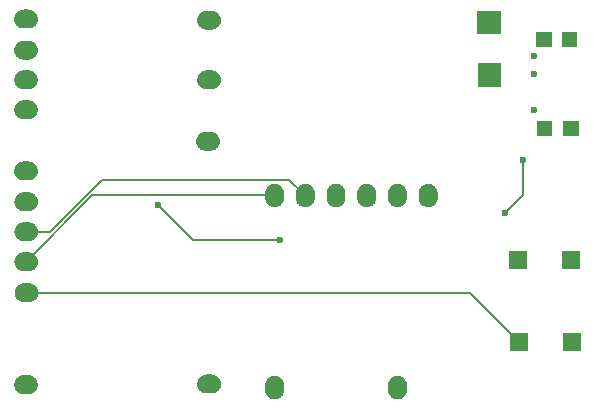
<source format=gbr>
%TF.GenerationSoftware,KiCad,Pcbnew,9.0.3*%
%TF.CreationDate,2025-08-13T01:08:13-07:00*%
%TF.ProjectId,TGslimeblahbal,5447736c-696d-4656-926c-616862616c2e,rev?*%
%TF.SameCoordinates,Original*%
%TF.FileFunction,Copper,L2,Bot*%
%TF.FilePolarity,Positive*%
%FSLAX46Y46*%
G04 Gerber Fmt 4.6, Leading zero omitted, Abs format (unit mm)*
G04 Created by KiCad (PCBNEW 9.0.3) date 2025-08-13 01:08:13*
%MOMM*%
%LPD*%
G01*
G04 APERTURE LIST*
%TA.AperFunction,NonConductor*%
%ADD10C,0.000000*%
%TD*%
%TA.AperFunction,ViaPad*%
%ADD11C,0.800010*%
%TD*%
%TA.AperFunction,ViaPad*%
%ADD12C,1.000010*%
%TD*%
%TA.AperFunction,ViaPad*%
%ADD13C,0.600000*%
%TD*%
%TA.AperFunction,Conductor*%
%ADD14C,0.200000*%
%TD*%
G04 APERTURE END LIST*
D10*
%TA.AperFunction,NonConductor*%
G36*
X122274434Y-70112704D02*
G01*
X122352094Y-70124224D01*
X122428254Y-70143304D01*
X122502174Y-70169754D01*
X122573144Y-70203314D01*
X122640484Y-70243674D01*
X122703534Y-70290444D01*
X122761714Y-70343164D01*
X122814434Y-70401344D01*
X122861204Y-70464394D01*
X122901564Y-70531734D01*
X122935124Y-70602704D01*
X122961574Y-70676624D01*
X122980654Y-70752784D01*
X122992174Y-70830444D01*
X122996024Y-70908854D01*
X122992174Y-70987264D01*
X122980654Y-71064924D01*
X122961574Y-71141084D01*
X122935124Y-71215004D01*
X122901564Y-71285974D01*
X122861204Y-71353314D01*
X122814434Y-71416364D01*
X122761714Y-71474544D01*
X122703534Y-71527264D01*
X122640484Y-71574034D01*
X122573144Y-71614394D01*
X122502174Y-71647954D01*
X122428254Y-71674404D01*
X122352094Y-71693484D01*
X122274434Y-71705004D01*
X122196024Y-71708854D01*
X121996024Y-71708854D01*
X121796024Y-71708854D01*
X121717614Y-71705004D01*
X121639954Y-71693484D01*
X121563794Y-71674404D01*
X121489874Y-71647954D01*
X121418904Y-71614394D01*
X121351564Y-71574034D01*
X121288514Y-71527264D01*
X121230334Y-71474544D01*
X121177614Y-71416364D01*
X121130844Y-71353314D01*
X121090484Y-71285974D01*
X121056924Y-71215004D01*
X121030474Y-71141084D01*
X121011394Y-71064924D01*
X120999874Y-70987264D01*
X120996024Y-70908854D01*
X120999874Y-70830444D01*
X121011394Y-70752784D01*
X121030474Y-70676624D01*
X121056924Y-70602704D01*
X121090484Y-70531734D01*
X121130844Y-70464394D01*
X121177614Y-70401344D01*
X121230334Y-70343164D01*
X121288514Y-70290444D01*
X121351564Y-70243674D01*
X121418904Y-70203314D01*
X121489874Y-70169754D01*
X121563794Y-70143304D01*
X121639954Y-70124224D01*
X121717614Y-70112704D01*
X121796024Y-70108854D01*
X122196024Y-70108854D01*
X122274434Y-70112704D01*
G37*
%TD.AperFunction*%
%TA.AperFunction,NonConductor*%
G36*
X137778410Y-88153850D02*
G01*
X137856070Y-88165370D01*
X137932230Y-88184450D01*
X138006150Y-88210900D01*
X138077120Y-88244460D01*
X138144460Y-88284820D01*
X138207510Y-88331590D01*
X138265690Y-88384310D01*
X138318410Y-88442490D01*
X138365180Y-88505540D01*
X138405540Y-88572880D01*
X138439100Y-88643850D01*
X138465550Y-88717770D01*
X138484630Y-88793930D01*
X138496150Y-88871590D01*
X138500000Y-88950000D01*
X138496150Y-89028410D01*
X138484630Y-89106070D01*
X138465550Y-89182230D01*
X138439100Y-89256150D01*
X138405540Y-89327120D01*
X138365180Y-89394460D01*
X138318410Y-89457510D01*
X138265690Y-89515690D01*
X138207510Y-89568410D01*
X138144460Y-89615180D01*
X138077120Y-89655540D01*
X138006150Y-89689100D01*
X137932230Y-89715550D01*
X137856070Y-89734630D01*
X137778410Y-89746150D01*
X137700000Y-89750000D01*
X137500000Y-89750000D01*
X137300000Y-89750000D01*
X137221590Y-89746150D01*
X137143930Y-89734630D01*
X137067770Y-89715550D01*
X136993850Y-89689100D01*
X136922880Y-89655540D01*
X136855540Y-89615180D01*
X136792490Y-89568410D01*
X136734310Y-89515690D01*
X136681590Y-89457510D01*
X136634820Y-89394460D01*
X136594460Y-89327120D01*
X136560900Y-89256150D01*
X136534450Y-89182230D01*
X136515370Y-89106070D01*
X136503850Y-89028410D01*
X136500000Y-88950000D01*
X136503850Y-88871590D01*
X136515370Y-88793930D01*
X136534450Y-88717770D01*
X136560900Y-88643850D01*
X136594460Y-88572880D01*
X136634820Y-88505540D01*
X136681590Y-88442490D01*
X136734310Y-88384310D01*
X136792490Y-88331590D01*
X136855540Y-88284820D01*
X136922880Y-88244460D01*
X136993850Y-88210900D01*
X137067770Y-88184450D01*
X137143930Y-88165370D01*
X137221590Y-88153850D01*
X137300000Y-88150000D01*
X137700000Y-88150000D01*
X137778410Y-88153850D01*
G37*
%TD.AperFunction*%
%TA.AperFunction,NonConductor*%
G36*
X122294434Y-72721558D02*
G01*
X122372094Y-72733078D01*
X122448254Y-72752158D01*
X122522174Y-72778608D01*
X122593144Y-72812168D01*
X122660484Y-72852528D01*
X122723534Y-72899298D01*
X122781714Y-72952018D01*
X122834434Y-73010198D01*
X122881204Y-73073248D01*
X122921564Y-73140588D01*
X122955124Y-73211558D01*
X122981574Y-73285478D01*
X123000654Y-73361638D01*
X123012174Y-73439298D01*
X123016024Y-73517708D01*
X123012174Y-73596118D01*
X123000654Y-73673778D01*
X122981574Y-73749938D01*
X122955124Y-73823858D01*
X122921564Y-73894828D01*
X122881204Y-73962168D01*
X122834434Y-74025218D01*
X122781714Y-74083398D01*
X122723534Y-74136118D01*
X122660484Y-74182888D01*
X122593144Y-74223248D01*
X122522174Y-74256808D01*
X122448254Y-74283258D01*
X122372094Y-74302338D01*
X122294434Y-74313858D01*
X122216024Y-74317708D01*
X122016024Y-74317708D01*
X121816024Y-74317708D01*
X121737614Y-74313858D01*
X121659954Y-74302338D01*
X121583794Y-74283258D01*
X121509874Y-74256808D01*
X121438904Y-74223248D01*
X121371564Y-74182888D01*
X121308514Y-74136118D01*
X121250334Y-74083398D01*
X121197614Y-74025218D01*
X121150844Y-73962168D01*
X121110484Y-73894828D01*
X121076924Y-73823858D01*
X121050474Y-73749938D01*
X121031394Y-73673778D01*
X121019874Y-73596118D01*
X121016024Y-73517708D01*
X121019874Y-73439298D01*
X121031394Y-73361638D01*
X121050474Y-73285478D01*
X121076924Y-73211558D01*
X121110484Y-73140588D01*
X121150844Y-73073248D01*
X121197614Y-73010198D01*
X121250334Y-72952018D01*
X121308514Y-72899298D01*
X121371564Y-72852528D01*
X121438904Y-72812168D01*
X121509874Y-72778608D01*
X121583794Y-72752158D01*
X121659954Y-72733078D01*
X121737614Y-72721558D01*
X121816024Y-72717708D01*
X122216024Y-72717708D01*
X122294434Y-72721558D01*
G37*
%TD.AperFunction*%
%TA.AperFunction,NonConductor*%
G36*
X164500000Y-86132000D02*
G01*
X162976000Y-86132000D01*
X162976000Y-84608000D01*
X164500000Y-84608000D01*
X164500000Y-86132000D01*
G37*
%TD.AperFunction*%
%TA.AperFunction,NonConductor*%
G36*
X162230000Y-63820000D02*
G01*
X160230000Y-63820000D01*
X160230000Y-61820000D01*
X162230000Y-61820000D01*
X162230000Y-63820000D01*
G37*
%TD.AperFunction*%
%TA.AperFunction,NonConductor*%
G36*
X168900000Y-79182000D02*
G01*
X167376000Y-79182000D01*
X167376000Y-77658000D01*
X168900000Y-77658000D01*
X168900000Y-79182000D01*
G37*
%TD.AperFunction*%
%TA.AperFunction,NonConductor*%
G36*
X162210000Y-59340000D02*
G01*
X160210000Y-59340000D01*
X160210000Y-57340000D01*
X162210000Y-57340000D01*
X162210000Y-59340000D01*
G37*
%TD.AperFunction*%
%TA.AperFunction,NonConductor*%
G36*
X143122260Y-71992950D02*
G01*
X143199920Y-72004470D01*
X143276080Y-72023550D01*
X143350000Y-72050000D01*
X143420970Y-72083560D01*
X143488310Y-72123920D01*
X143551360Y-72170690D01*
X143609540Y-72223410D01*
X143662260Y-72281590D01*
X143709030Y-72344640D01*
X143749390Y-72411980D01*
X143782950Y-72482950D01*
X143809400Y-72556870D01*
X143828480Y-72633030D01*
X143840000Y-72710690D01*
X143843850Y-72789100D01*
X143843850Y-73189100D01*
X143840000Y-73267510D01*
X143828480Y-73345170D01*
X143809400Y-73421330D01*
X143782950Y-73495250D01*
X143749390Y-73566220D01*
X143709030Y-73633560D01*
X143662260Y-73696610D01*
X143609540Y-73754790D01*
X143551360Y-73807510D01*
X143488310Y-73854280D01*
X143420970Y-73894640D01*
X143350000Y-73928200D01*
X143276080Y-73954650D01*
X143199920Y-73973730D01*
X143122260Y-73985250D01*
X143043850Y-73989100D01*
X142965440Y-73985250D01*
X142887780Y-73973730D01*
X142811620Y-73954650D01*
X142737700Y-73928200D01*
X142666730Y-73894640D01*
X142599390Y-73854280D01*
X142536340Y-73807510D01*
X142478160Y-73754790D01*
X142425440Y-73696610D01*
X142378670Y-73633560D01*
X142338310Y-73566220D01*
X142304750Y-73495250D01*
X142278300Y-73421330D01*
X142259220Y-73345170D01*
X142247700Y-73267510D01*
X142243850Y-73189100D01*
X142243850Y-72989100D01*
X142243850Y-72789100D01*
X142247700Y-72710690D01*
X142259220Y-72633030D01*
X142278300Y-72556870D01*
X142304750Y-72482950D01*
X142338310Y-72411980D01*
X142378670Y-72344640D01*
X142425440Y-72281590D01*
X142478160Y-72223410D01*
X142536340Y-72170690D01*
X142599390Y-72123920D01*
X142666730Y-72083560D01*
X142737700Y-72050000D01*
X142811620Y-72023550D01*
X142887780Y-72004470D01*
X142965440Y-71992950D01*
X143043850Y-71989100D01*
X143122260Y-71992950D01*
G37*
%TD.AperFunction*%
%TA.AperFunction,NonConductor*%
G36*
X137778410Y-57353850D02*
G01*
X137856070Y-57365370D01*
X137932230Y-57384450D01*
X138006150Y-57410900D01*
X138077120Y-57444460D01*
X138144460Y-57484820D01*
X138207510Y-57531590D01*
X138265690Y-57584310D01*
X138318410Y-57642490D01*
X138365180Y-57705540D01*
X138405540Y-57772880D01*
X138439100Y-57843850D01*
X138465550Y-57917770D01*
X138484630Y-57993930D01*
X138496150Y-58071590D01*
X138500000Y-58150000D01*
X138496150Y-58228410D01*
X138484630Y-58306070D01*
X138465550Y-58382230D01*
X138439100Y-58456150D01*
X138405540Y-58527120D01*
X138365180Y-58594460D01*
X138318410Y-58657510D01*
X138265690Y-58715690D01*
X138207510Y-58768410D01*
X138144460Y-58815180D01*
X138077120Y-58855540D01*
X138006150Y-58889100D01*
X137932230Y-58915550D01*
X137856070Y-58934630D01*
X137778410Y-58946150D01*
X137700000Y-58950000D01*
X137500000Y-58950000D01*
X137300000Y-58950000D01*
X137221590Y-58946150D01*
X137143930Y-58934630D01*
X137067770Y-58915550D01*
X136993850Y-58889100D01*
X136922880Y-58855540D01*
X136855540Y-58815180D01*
X136792490Y-58768410D01*
X136734310Y-58715690D01*
X136681590Y-58657510D01*
X136634820Y-58594460D01*
X136594460Y-58527120D01*
X136560900Y-58456150D01*
X136534450Y-58382230D01*
X136515370Y-58306070D01*
X136503850Y-58228410D01*
X136500000Y-58150000D01*
X136503850Y-58071590D01*
X136515370Y-57993930D01*
X136534450Y-57917770D01*
X136560900Y-57843850D01*
X136594460Y-57772880D01*
X136634820Y-57705540D01*
X136681590Y-57642490D01*
X136734310Y-57584310D01*
X136792490Y-57531590D01*
X136855540Y-57484820D01*
X136922880Y-57444460D01*
X136993850Y-57410900D01*
X137067770Y-57384450D01*
X137143930Y-57365370D01*
X137221590Y-57353850D01*
X137300000Y-57350000D01*
X137700000Y-57350000D01*
X137778410Y-57353850D01*
G37*
%TD.AperFunction*%
%TA.AperFunction,NonConductor*%
G36*
X168950000Y-86182000D02*
G01*
X167426000Y-86182000D01*
X167426000Y-84658000D01*
X168950000Y-84658000D01*
X168950000Y-86182000D01*
G37*
%TD.AperFunction*%
%TA.AperFunction,NonConductor*%
G36*
X122274434Y-62402704D02*
G01*
X122352094Y-62414224D01*
X122428254Y-62433304D01*
X122502174Y-62459754D01*
X122573144Y-62493314D01*
X122640484Y-62533674D01*
X122703534Y-62580444D01*
X122761714Y-62633164D01*
X122814434Y-62691344D01*
X122861204Y-62754394D01*
X122901564Y-62821734D01*
X122935124Y-62892704D01*
X122961574Y-62966624D01*
X122980654Y-63042784D01*
X122992174Y-63120444D01*
X122996024Y-63198854D01*
X122992174Y-63277264D01*
X122980654Y-63354924D01*
X122961574Y-63431084D01*
X122935124Y-63505004D01*
X122901564Y-63575974D01*
X122861204Y-63643314D01*
X122814434Y-63706364D01*
X122761714Y-63764544D01*
X122703534Y-63817264D01*
X122640484Y-63864034D01*
X122573144Y-63904394D01*
X122502174Y-63937954D01*
X122428254Y-63964404D01*
X122352094Y-63983484D01*
X122274434Y-63995004D01*
X122196024Y-63998854D01*
X121996024Y-63998854D01*
X121796024Y-63998854D01*
X121717614Y-63995004D01*
X121639954Y-63983484D01*
X121563794Y-63964404D01*
X121489874Y-63937954D01*
X121418904Y-63904394D01*
X121351564Y-63864034D01*
X121288514Y-63817264D01*
X121230334Y-63764544D01*
X121177614Y-63706364D01*
X121130844Y-63643314D01*
X121090484Y-63575974D01*
X121056924Y-63505004D01*
X121030474Y-63431084D01*
X121011394Y-63354924D01*
X120999874Y-63277264D01*
X120996024Y-63198854D01*
X120999874Y-63120444D01*
X121011394Y-63042784D01*
X121030474Y-62966624D01*
X121056924Y-62892704D01*
X121090484Y-62821734D01*
X121130844Y-62754394D01*
X121177614Y-62691344D01*
X121230334Y-62633164D01*
X121288514Y-62580444D01*
X121351564Y-62533674D01*
X121418904Y-62493314D01*
X121489874Y-62459754D01*
X121563794Y-62433304D01*
X121639954Y-62414224D01*
X121717614Y-62402704D01*
X121796024Y-62398854D01*
X122196024Y-62398854D01*
X122274434Y-62402704D01*
G37*
%TD.AperFunction*%
%TA.AperFunction,NonConductor*%
G36*
X122294434Y-77803850D02*
G01*
X122372094Y-77815370D01*
X122448254Y-77834450D01*
X122522174Y-77860900D01*
X122593144Y-77894460D01*
X122660484Y-77934820D01*
X122723534Y-77981590D01*
X122781714Y-78034310D01*
X122834434Y-78092490D01*
X122881204Y-78155540D01*
X122921564Y-78222880D01*
X122955124Y-78293850D01*
X122981574Y-78367770D01*
X123000654Y-78443930D01*
X123012174Y-78521590D01*
X123016024Y-78600000D01*
X123012174Y-78678410D01*
X123000654Y-78756070D01*
X122981574Y-78832230D01*
X122955124Y-78906150D01*
X122921564Y-78977120D01*
X122881204Y-79044460D01*
X122834434Y-79107510D01*
X122781714Y-79165690D01*
X122723534Y-79218410D01*
X122660484Y-79265180D01*
X122593144Y-79305540D01*
X122522174Y-79339100D01*
X122448254Y-79365550D01*
X122372094Y-79384630D01*
X122294434Y-79396150D01*
X122216024Y-79400000D01*
X122016024Y-79400000D01*
X121816024Y-79400000D01*
X121737614Y-79396150D01*
X121659954Y-79384630D01*
X121583794Y-79365550D01*
X121509874Y-79339100D01*
X121438904Y-79305540D01*
X121371564Y-79265180D01*
X121308514Y-79218410D01*
X121250334Y-79165690D01*
X121197614Y-79107510D01*
X121150844Y-79044460D01*
X121110484Y-78977120D01*
X121076924Y-78906150D01*
X121050474Y-78832230D01*
X121031394Y-78756070D01*
X121019874Y-78678410D01*
X121016024Y-78600000D01*
X121019874Y-78521590D01*
X121031394Y-78443930D01*
X121050474Y-78367770D01*
X121076924Y-78293850D01*
X121110484Y-78222880D01*
X121150844Y-78155540D01*
X121197614Y-78092490D01*
X121250334Y-78034310D01*
X121308514Y-77981590D01*
X121371564Y-77934820D01*
X121438904Y-77894460D01*
X121509874Y-77860900D01*
X121583794Y-77834450D01*
X121659954Y-77815370D01*
X121737614Y-77803850D01*
X121816024Y-77800000D01*
X122216024Y-77800000D01*
X122294434Y-77803850D01*
G37*
%TD.AperFunction*%
%TA.AperFunction,NonConductor*%
G36*
X148322260Y-71992950D02*
G01*
X148399920Y-72004470D01*
X148476080Y-72023550D01*
X148550000Y-72050000D01*
X148620970Y-72083560D01*
X148688310Y-72123920D01*
X148751360Y-72170690D01*
X148809540Y-72223410D01*
X148862260Y-72281590D01*
X148909030Y-72344640D01*
X148949390Y-72411980D01*
X148982950Y-72482950D01*
X149009400Y-72556870D01*
X149028480Y-72633030D01*
X149040000Y-72710690D01*
X149043850Y-72789100D01*
X149043850Y-73189100D01*
X149040000Y-73267510D01*
X149028480Y-73345170D01*
X149009400Y-73421330D01*
X148982950Y-73495250D01*
X148949390Y-73566220D01*
X148909030Y-73633560D01*
X148862260Y-73696610D01*
X148809540Y-73754790D01*
X148751360Y-73807510D01*
X148688310Y-73854280D01*
X148620970Y-73894640D01*
X148550000Y-73928200D01*
X148476080Y-73954650D01*
X148399920Y-73973730D01*
X148322260Y-73985250D01*
X148243850Y-73989100D01*
X148165440Y-73985250D01*
X148087780Y-73973730D01*
X148011620Y-73954650D01*
X147937700Y-73928200D01*
X147866730Y-73894640D01*
X147799390Y-73854280D01*
X147736340Y-73807510D01*
X147678160Y-73754790D01*
X147625440Y-73696610D01*
X147578670Y-73633560D01*
X147538310Y-73566220D01*
X147504750Y-73495250D01*
X147478300Y-73421330D01*
X147459220Y-73345170D01*
X147447700Y-73267510D01*
X147443850Y-73189100D01*
X147443850Y-72989100D01*
X147443850Y-72789100D01*
X147447700Y-72710690D01*
X147459220Y-72633030D01*
X147478300Y-72556870D01*
X147504750Y-72482950D01*
X147538310Y-72411980D01*
X147578670Y-72344640D01*
X147625440Y-72281590D01*
X147678160Y-72223410D01*
X147736340Y-72170690D01*
X147799390Y-72123920D01*
X147866730Y-72083560D01*
X147937700Y-72050000D01*
X148011620Y-72023550D01*
X148087780Y-72004470D01*
X148165440Y-71992950D01*
X148243850Y-71989100D01*
X148322260Y-71992950D01*
G37*
%TD.AperFunction*%
%TA.AperFunction,NonConductor*%
G36*
X153528410Y-88253850D02*
G01*
X153606070Y-88265370D01*
X153682230Y-88284450D01*
X153756150Y-88310900D01*
X153827120Y-88344460D01*
X153894460Y-88384820D01*
X153957510Y-88431590D01*
X154015690Y-88484310D01*
X154068410Y-88542490D01*
X154115180Y-88605540D01*
X154155540Y-88672880D01*
X154189100Y-88743850D01*
X154215550Y-88817770D01*
X154234630Y-88893930D01*
X154246150Y-88971590D01*
X154250000Y-89050000D01*
X154250000Y-89450000D01*
X154246150Y-89528410D01*
X154234630Y-89606070D01*
X154215550Y-89682230D01*
X154189100Y-89756150D01*
X154155540Y-89827120D01*
X154115180Y-89894460D01*
X154068410Y-89957510D01*
X154015690Y-90015690D01*
X153957510Y-90068410D01*
X153894460Y-90115180D01*
X153827120Y-90155540D01*
X153756150Y-90189100D01*
X153682230Y-90215550D01*
X153606070Y-90234630D01*
X153528410Y-90246150D01*
X153450000Y-90250000D01*
X153371590Y-90246150D01*
X153293930Y-90234630D01*
X153217770Y-90215550D01*
X153143850Y-90189100D01*
X153072880Y-90155540D01*
X153005540Y-90115180D01*
X152942490Y-90068410D01*
X152884310Y-90015690D01*
X152831590Y-89957510D01*
X152784820Y-89894460D01*
X152744460Y-89827120D01*
X152710900Y-89756150D01*
X152684450Y-89682230D01*
X152665370Y-89606070D01*
X152653850Y-89528410D01*
X152650000Y-89450000D01*
X152650000Y-89250000D01*
X152650000Y-89050000D01*
X152653850Y-88971590D01*
X152665370Y-88893930D01*
X152684450Y-88817770D01*
X152710900Y-88743850D01*
X152744460Y-88672880D01*
X152784820Y-88605540D01*
X152831590Y-88542490D01*
X152884310Y-88484310D01*
X152942490Y-88431590D01*
X153005540Y-88384820D01*
X153072880Y-88344460D01*
X153143850Y-88310900D01*
X153217770Y-88284450D01*
X153293930Y-88265370D01*
X153371590Y-88253850D01*
X153450000Y-88250000D01*
X153528410Y-88253850D01*
G37*
%TD.AperFunction*%
%TA.AperFunction,NonConductor*%
G36*
X122274434Y-64932704D02*
G01*
X122352094Y-64944224D01*
X122428254Y-64963304D01*
X122502174Y-64989754D01*
X122573144Y-65023314D01*
X122640484Y-65063674D01*
X122703534Y-65110444D01*
X122761714Y-65163164D01*
X122814434Y-65221344D01*
X122861204Y-65284394D01*
X122901564Y-65351734D01*
X122935124Y-65422704D01*
X122961574Y-65496624D01*
X122980654Y-65572784D01*
X122992174Y-65650444D01*
X122996024Y-65728854D01*
X122992174Y-65807264D01*
X122980654Y-65884924D01*
X122961574Y-65961084D01*
X122935124Y-66035004D01*
X122901564Y-66105974D01*
X122861204Y-66173314D01*
X122814434Y-66236364D01*
X122761714Y-66294544D01*
X122703534Y-66347264D01*
X122640484Y-66394034D01*
X122573144Y-66434394D01*
X122502174Y-66467954D01*
X122428254Y-66494404D01*
X122352094Y-66513484D01*
X122274434Y-66525004D01*
X122196024Y-66528854D01*
X121996024Y-66528854D01*
X121796024Y-66528854D01*
X121717614Y-66525004D01*
X121639954Y-66513484D01*
X121563794Y-66494404D01*
X121489874Y-66467954D01*
X121418904Y-66434394D01*
X121351564Y-66394034D01*
X121288514Y-66347264D01*
X121230334Y-66294544D01*
X121177614Y-66236364D01*
X121130844Y-66173314D01*
X121090484Y-66105974D01*
X121056924Y-66035004D01*
X121030474Y-65961084D01*
X121011394Y-65884924D01*
X120999874Y-65807264D01*
X120996024Y-65728854D01*
X120999874Y-65650444D01*
X121011394Y-65572784D01*
X121030474Y-65496624D01*
X121056924Y-65422704D01*
X121090484Y-65351734D01*
X121130844Y-65284394D01*
X121177614Y-65221344D01*
X121230334Y-65163164D01*
X121288514Y-65110444D01*
X121351564Y-65063674D01*
X121418904Y-65023314D01*
X121489874Y-64989754D01*
X121563794Y-64963304D01*
X121639954Y-64944224D01*
X121717614Y-64932704D01*
X121796024Y-64928854D01*
X122196024Y-64928854D01*
X122274434Y-64932704D01*
G37*
%TD.AperFunction*%
%TA.AperFunction,NonConductor*%
G36*
X122278410Y-88203850D02*
G01*
X122356070Y-88215370D01*
X122432230Y-88234450D01*
X122506150Y-88260900D01*
X122577120Y-88294460D01*
X122644460Y-88334820D01*
X122707510Y-88381590D01*
X122765690Y-88434310D01*
X122818410Y-88492490D01*
X122865180Y-88555540D01*
X122905540Y-88622880D01*
X122939100Y-88693850D01*
X122965550Y-88767770D01*
X122984630Y-88843930D01*
X122996150Y-88921590D01*
X123000000Y-89000000D01*
X122996150Y-89078410D01*
X122984630Y-89156070D01*
X122965550Y-89232230D01*
X122939100Y-89306150D01*
X122905540Y-89377120D01*
X122865180Y-89444460D01*
X122818410Y-89507510D01*
X122765690Y-89565690D01*
X122707510Y-89618410D01*
X122644460Y-89665180D01*
X122577120Y-89705540D01*
X122506150Y-89739100D01*
X122432230Y-89765550D01*
X122356070Y-89784630D01*
X122278410Y-89796150D01*
X122200000Y-89800000D01*
X122000000Y-89800000D01*
X121800000Y-89800000D01*
X121721590Y-89796150D01*
X121643930Y-89784630D01*
X121567770Y-89765550D01*
X121493850Y-89739100D01*
X121422880Y-89705540D01*
X121355540Y-89665180D01*
X121292490Y-89618410D01*
X121234310Y-89565690D01*
X121181590Y-89507510D01*
X121134820Y-89444460D01*
X121094460Y-89377120D01*
X121060900Y-89306150D01*
X121034450Y-89232230D01*
X121015370Y-89156070D01*
X121003850Y-89078410D01*
X121000000Y-89000000D01*
X121003850Y-88921590D01*
X121015370Y-88843930D01*
X121034450Y-88767770D01*
X121060900Y-88693850D01*
X121094460Y-88622880D01*
X121134820Y-88555540D01*
X121181590Y-88492490D01*
X121234310Y-88434310D01*
X121292490Y-88381590D01*
X121355540Y-88334820D01*
X121422880Y-88294460D01*
X121493850Y-88260900D01*
X121567770Y-88234450D01*
X121643930Y-88215370D01*
X121721590Y-88203850D01*
X121800000Y-88200000D01*
X122200000Y-88200000D01*
X122278410Y-88203850D01*
G37*
%TD.AperFunction*%
%TA.AperFunction,NonConductor*%
G36*
X145722260Y-71992950D02*
G01*
X145799920Y-72004470D01*
X145876080Y-72023550D01*
X145950000Y-72050000D01*
X146020970Y-72083560D01*
X146088310Y-72123920D01*
X146151360Y-72170690D01*
X146209540Y-72223410D01*
X146262260Y-72281590D01*
X146309030Y-72344640D01*
X146349390Y-72411980D01*
X146382950Y-72482950D01*
X146409400Y-72556870D01*
X146428480Y-72633030D01*
X146440000Y-72710690D01*
X146443850Y-72789100D01*
X146443850Y-73189100D01*
X146440000Y-73267510D01*
X146428480Y-73345170D01*
X146409400Y-73421330D01*
X146382950Y-73495250D01*
X146349390Y-73566220D01*
X146309030Y-73633560D01*
X146262260Y-73696610D01*
X146209540Y-73754790D01*
X146151360Y-73807510D01*
X146088310Y-73854280D01*
X146020970Y-73894640D01*
X145950000Y-73928200D01*
X145876080Y-73954650D01*
X145799920Y-73973730D01*
X145722260Y-73985250D01*
X145643850Y-73989100D01*
X145565440Y-73985250D01*
X145487780Y-73973730D01*
X145411620Y-73954650D01*
X145337700Y-73928200D01*
X145266730Y-73894640D01*
X145199390Y-73854280D01*
X145136340Y-73807510D01*
X145078160Y-73754790D01*
X145025440Y-73696610D01*
X144978670Y-73633560D01*
X144938310Y-73566220D01*
X144904750Y-73495250D01*
X144878300Y-73421330D01*
X144859220Y-73345170D01*
X144847700Y-73267510D01*
X144843850Y-73189100D01*
X144843850Y-72989100D01*
X144843850Y-72789100D01*
X144847700Y-72710690D01*
X144859220Y-72633030D01*
X144878300Y-72556870D01*
X144904750Y-72482950D01*
X144938310Y-72411980D01*
X144978670Y-72344640D01*
X145025440Y-72281590D01*
X145078160Y-72223410D01*
X145136340Y-72170690D01*
X145199390Y-72123920D01*
X145266730Y-72083560D01*
X145337700Y-72050000D01*
X145411620Y-72023550D01*
X145487780Y-72004470D01*
X145565440Y-71992950D01*
X145643850Y-71989100D01*
X145722260Y-71992950D01*
G37*
%TD.AperFunction*%
%TA.AperFunction,NonConductor*%
G36*
X122294434Y-75262704D02*
G01*
X122372094Y-75274224D01*
X122448254Y-75293304D01*
X122522174Y-75319754D01*
X122593144Y-75353314D01*
X122660484Y-75393674D01*
X122723534Y-75440444D01*
X122781714Y-75493164D01*
X122834434Y-75551344D01*
X122881204Y-75614394D01*
X122921564Y-75681734D01*
X122955124Y-75752704D01*
X122981574Y-75826624D01*
X123000654Y-75902784D01*
X123012174Y-75980444D01*
X123016024Y-76058854D01*
X123012174Y-76137264D01*
X123000654Y-76214924D01*
X122981574Y-76291084D01*
X122955124Y-76365004D01*
X122921564Y-76435974D01*
X122881204Y-76503314D01*
X122834434Y-76566364D01*
X122781714Y-76624544D01*
X122723534Y-76677264D01*
X122660484Y-76724034D01*
X122593144Y-76764394D01*
X122522174Y-76797954D01*
X122448254Y-76824404D01*
X122372094Y-76843484D01*
X122294434Y-76855004D01*
X122216024Y-76858854D01*
X122016024Y-76858854D01*
X121816024Y-76858854D01*
X121737614Y-76855004D01*
X121659954Y-76843484D01*
X121583794Y-76824404D01*
X121509874Y-76797954D01*
X121438904Y-76764394D01*
X121371564Y-76724034D01*
X121308514Y-76677264D01*
X121250334Y-76624544D01*
X121197614Y-76566364D01*
X121150844Y-76503314D01*
X121110484Y-76435974D01*
X121076924Y-76365004D01*
X121050474Y-76291084D01*
X121031394Y-76214924D01*
X121019874Y-76137264D01*
X121016024Y-76058854D01*
X121019874Y-75980444D01*
X121031394Y-75902784D01*
X121050474Y-75826624D01*
X121076924Y-75752704D01*
X121110484Y-75681734D01*
X121150844Y-75614394D01*
X121197614Y-75551344D01*
X121250334Y-75493164D01*
X121308514Y-75440444D01*
X121371564Y-75393674D01*
X121438904Y-75353314D01*
X121509874Y-75319754D01*
X121583794Y-75293304D01*
X121659954Y-75274224D01*
X121737614Y-75262704D01*
X121816024Y-75258854D01*
X122216024Y-75258854D01*
X122294434Y-75262704D01*
G37*
%TD.AperFunction*%
%TA.AperFunction,NonConductor*%
G36*
X168688000Y-60430085D02*
G01*
X167380000Y-60430085D01*
X167380000Y-59122085D01*
X168688000Y-59122085D01*
X168688000Y-60430085D01*
G37*
%TD.AperFunction*%
%TA.AperFunction,NonConductor*%
G36*
X143128410Y-88253850D02*
G01*
X143206070Y-88265370D01*
X143282230Y-88284450D01*
X143356150Y-88310900D01*
X143427120Y-88344460D01*
X143494460Y-88384820D01*
X143557510Y-88431590D01*
X143615690Y-88484310D01*
X143668410Y-88542490D01*
X143715180Y-88605540D01*
X143755540Y-88672880D01*
X143789100Y-88743850D01*
X143815550Y-88817770D01*
X143834630Y-88893930D01*
X143846150Y-88971590D01*
X143850000Y-89050000D01*
X143850000Y-89450000D01*
X143846150Y-89528410D01*
X143834630Y-89606070D01*
X143815550Y-89682230D01*
X143789100Y-89756150D01*
X143755540Y-89827120D01*
X143715180Y-89894460D01*
X143668410Y-89957510D01*
X143615690Y-90015690D01*
X143557510Y-90068410D01*
X143494460Y-90115180D01*
X143427120Y-90155540D01*
X143356150Y-90189100D01*
X143282230Y-90215550D01*
X143206070Y-90234630D01*
X143128410Y-90246150D01*
X143050000Y-90250000D01*
X142971590Y-90246150D01*
X142893930Y-90234630D01*
X142817770Y-90215550D01*
X142743850Y-90189100D01*
X142672880Y-90155540D01*
X142605540Y-90115180D01*
X142542490Y-90068410D01*
X142484310Y-90015690D01*
X142431590Y-89957510D01*
X142384820Y-89894460D01*
X142344460Y-89827120D01*
X142310900Y-89756150D01*
X142284450Y-89682230D01*
X142265370Y-89606070D01*
X142253850Y-89528410D01*
X142250000Y-89450000D01*
X142250000Y-89250000D01*
X142250000Y-89050000D01*
X142253850Y-88971590D01*
X142265370Y-88893930D01*
X142284450Y-88817770D01*
X142310900Y-88743850D01*
X142344460Y-88672880D01*
X142384820Y-88605540D01*
X142431590Y-88542490D01*
X142484310Y-88484310D01*
X142542490Y-88431590D01*
X142605540Y-88384820D01*
X142672880Y-88344460D01*
X142743850Y-88310900D01*
X142817770Y-88284450D01*
X142893930Y-88265370D01*
X142971590Y-88253850D01*
X143050000Y-88250000D01*
X143128410Y-88253850D01*
G37*
%TD.AperFunction*%
%TA.AperFunction,NonConductor*%
G36*
X122274434Y-59892704D02*
G01*
X122352094Y-59904224D01*
X122428254Y-59923304D01*
X122502174Y-59949754D01*
X122573144Y-59983314D01*
X122640484Y-60023674D01*
X122703534Y-60070444D01*
X122761714Y-60123164D01*
X122814434Y-60181344D01*
X122861204Y-60244394D01*
X122901564Y-60311734D01*
X122935124Y-60382704D01*
X122961574Y-60456624D01*
X122980654Y-60532784D01*
X122992174Y-60610444D01*
X122996024Y-60688854D01*
X122992174Y-60767264D01*
X122980654Y-60844924D01*
X122961574Y-60921084D01*
X122935124Y-60995004D01*
X122901564Y-61065974D01*
X122861204Y-61133314D01*
X122814434Y-61196364D01*
X122761714Y-61254544D01*
X122703534Y-61307264D01*
X122640484Y-61354034D01*
X122573144Y-61394394D01*
X122502174Y-61427954D01*
X122428254Y-61454404D01*
X122352094Y-61473484D01*
X122274434Y-61485004D01*
X122196024Y-61488854D01*
X121996024Y-61488854D01*
X121796024Y-61488854D01*
X121717614Y-61485004D01*
X121639954Y-61473484D01*
X121563794Y-61454404D01*
X121489874Y-61427954D01*
X121418904Y-61394394D01*
X121351564Y-61354034D01*
X121288514Y-61307264D01*
X121230334Y-61254544D01*
X121177614Y-61196364D01*
X121130844Y-61133314D01*
X121090484Y-61065974D01*
X121056924Y-60995004D01*
X121030474Y-60921084D01*
X121011394Y-60844924D01*
X120999874Y-60767264D01*
X120996024Y-60688854D01*
X120999874Y-60610444D01*
X121011394Y-60532784D01*
X121030474Y-60456624D01*
X121056924Y-60382704D01*
X121090484Y-60311734D01*
X121130844Y-60244394D01*
X121177614Y-60181344D01*
X121230334Y-60123164D01*
X121288514Y-60070444D01*
X121351564Y-60023674D01*
X121418904Y-59983314D01*
X121489874Y-59949754D01*
X121563794Y-59923304D01*
X121639954Y-59904224D01*
X121717614Y-59892704D01*
X121796024Y-59888854D01*
X122196024Y-59888854D01*
X122274434Y-59892704D01*
G37*
%TD.AperFunction*%
%TA.AperFunction,NonConductor*%
G36*
X153522260Y-71992950D02*
G01*
X153599920Y-72004470D01*
X153676080Y-72023550D01*
X153750000Y-72050000D01*
X153820970Y-72083560D01*
X153888310Y-72123920D01*
X153951360Y-72170690D01*
X154009540Y-72223410D01*
X154062260Y-72281590D01*
X154109030Y-72344640D01*
X154149390Y-72411980D01*
X154182950Y-72482950D01*
X154209400Y-72556870D01*
X154228480Y-72633030D01*
X154240000Y-72710690D01*
X154243850Y-72789100D01*
X154243850Y-73189100D01*
X154240000Y-73267510D01*
X154228480Y-73345170D01*
X154209400Y-73421330D01*
X154182950Y-73495250D01*
X154149390Y-73566220D01*
X154109030Y-73633560D01*
X154062260Y-73696610D01*
X154009540Y-73754790D01*
X153951360Y-73807510D01*
X153888310Y-73854280D01*
X153820970Y-73894640D01*
X153750000Y-73928200D01*
X153676080Y-73954650D01*
X153599920Y-73973730D01*
X153522260Y-73985250D01*
X153443850Y-73989100D01*
X153365440Y-73985250D01*
X153287780Y-73973730D01*
X153211620Y-73954650D01*
X153137700Y-73928200D01*
X153066730Y-73894640D01*
X152999390Y-73854280D01*
X152936340Y-73807510D01*
X152878160Y-73754790D01*
X152825440Y-73696610D01*
X152778670Y-73633560D01*
X152738310Y-73566220D01*
X152704750Y-73495250D01*
X152678300Y-73421330D01*
X152659220Y-73345170D01*
X152647700Y-73267510D01*
X152643850Y-73189100D01*
X152643850Y-72989100D01*
X152643850Y-72789100D01*
X152647700Y-72710690D01*
X152659220Y-72633030D01*
X152678300Y-72556870D01*
X152704750Y-72482950D01*
X152738310Y-72411980D01*
X152778670Y-72344640D01*
X152825440Y-72281590D01*
X152878160Y-72223410D01*
X152936340Y-72170690D01*
X152999390Y-72123920D01*
X153066730Y-72083560D01*
X153137700Y-72050000D01*
X153211620Y-72023550D01*
X153287780Y-72004470D01*
X153365440Y-71992950D01*
X153443850Y-71989100D01*
X153522260Y-71992950D01*
G37*
%TD.AperFunction*%
%TA.AperFunction,NonConductor*%
G36*
X137778410Y-62403850D02*
G01*
X137856070Y-62415370D01*
X137932230Y-62434450D01*
X138006150Y-62460900D01*
X138077120Y-62494460D01*
X138144460Y-62534820D01*
X138207510Y-62581590D01*
X138265690Y-62634310D01*
X138318410Y-62692490D01*
X138365180Y-62755540D01*
X138405540Y-62822880D01*
X138439100Y-62893850D01*
X138465550Y-62967770D01*
X138484630Y-63043930D01*
X138496150Y-63121590D01*
X138500000Y-63200000D01*
X138496150Y-63278410D01*
X138484630Y-63356070D01*
X138465550Y-63432230D01*
X138439100Y-63506150D01*
X138405540Y-63577120D01*
X138365180Y-63644460D01*
X138318410Y-63707510D01*
X138265690Y-63765690D01*
X138207510Y-63818410D01*
X138144460Y-63865180D01*
X138077120Y-63905540D01*
X138006150Y-63939100D01*
X137932230Y-63965550D01*
X137856070Y-63984630D01*
X137778410Y-63996150D01*
X137700000Y-64000000D01*
X137500000Y-64000000D01*
X137300000Y-64000000D01*
X137221590Y-63996150D01*
X137143930Y-63984630D01*
X137067770Y-63965550D01*
X136993850Y-63939100D01*
X136922880Y-63905540D01*
X136855540Y-63865180D01*
X136792490Y-63818410D01*
X136734310Y-63765690D01*
X136681590Y-63707510D01*
X136634820Y-63644460D01*
X136594460Y-63577120D01*
X136560900Y-63506150D01*
X136534450Y-63432230D01*
X136515370Y-63356070D01*
X136503850Y-63278410D01*
X136500000Y-63200000D01*
X136503850Y-63121590D01*
X136515370Y-63043930D01*
X136534450Y-62967770D01*
X136560900Y-62893850D01*
X136594460Y-62822880D01*
X136634820Y-62755540D01*
X136681590Y-62692490D01*
X136734310Y-62634310D01*
X136792490Y-62581590D01*
X136855540Y-62534820D01*
X136922880Y-62494460D01*
X136993850Y-62460900D01*
X137067770Y-62434450D01*
X137143930Y-62415370D01*
X137221590Y-62403850D01*
X137300000Y-62400000D01*
X137700000Y-62400000D01*
X137778410Y-62403850D01*
G37*
%TD.AperFunction*%
%TA.AperFunction,NonConductor*%
G36*
X150922260Y-71992950D02*
G01*
X150999920Y-72004470D01*
X151076080Y-72023550D01*
X151150000Y-72050000D01*
X151220970Y-72083560D01*
X151288310Y-72123920D01*
X151351360Y-72170690D01*
X151409540Y-72223410D01*
X151462260Y-72281590D01*
X151509030Y-72344640D01*
X151549390Y-72411980D01*
X151582950Y-72482950D01*
X151609400Y-72556870D01*
X151628480Y-72633030D01*
X151640000Y-72710690D01*
X151643850Y-72789100D01*
X151643850Y-73189100D01*
X151640000Y-73267510D01*
X151628480Y-73345170D01*
X151609400Y-73421330D01*
X151582950Y-73495250D01*
X151549390Y-73566220D01*
X151509030Y-73633560D01*
X151462260Y-73696610D01*
X151409540Y-73754790D01*
X151351360Y-73807510D01*
X151288310Y-73854280D01*
X151220970Y-73894640D01*
X151150000Y-73928200D01*
X151076080Y-73954650D01*
X150999920Y-73973730D01*
X150922260Y-73985250D01*
X150843850Y-73989100D01*
X150765440Y-73985250D01*
X150687780Y-73973730D01*
X150611620Y-73954650D01*
X150537700Y-73928200D01*
X150466730Y-73894640D01*
X150399390Y-73854280D01*
X150336340Y-73807510D01*
X150278160Y-73754790D01*
X150225440Y-73696610D01*
X150178670Y-73633560D01*
X150138310Y-73566220D01*
X150104750Y-73495250D01*
X150078300Y-73421330D01*
X150059220Y-73345170D01*
X150047700Y-73267510D01*
X150043850Y-73189100D01*
X150043850Y-72989100D01*
X150043850Y-72789100D01*
X150047700Y-72710690D01*
X150059220Y-72633030D01*
X150078300Y-72556870D01*
X150104750Y-72482950D01*
X150138310Y-72411980D01*
X150178670Y-72344640D01*
X150225440Y-72281590D01*
X150278160Y-72223410D01*
X150336340Y-72170690D01*
X150399390Y-72123920D01*
X150466730Y-72083560D01*
X150537700Y-72050000D01*
X150611620Y-72023550D01*
X150687780Y-72004470D01*
X150765440Y-71992950D01*
X150843850Y-71989100D01*
X150922260Y-71992950D01*
G37*
%TD.AperFunction*%
%TA.AperFunction,NonConductor*%
G36*
X137678410Y-67603850D02*
G01*
X137756070Y-67615370D01*
X137832230Y-67634450D01*
X137906150Y-67660900D01*
X137977120Y-67694460D01*
X138044460Y-67734820D01*
X138107510Y-67781590D01*
X138165690Y-67834310D01*
X138218410Y-67892490D01*
X138265180Y-67955540D01*
X138305540Y-68022880D01*
X138339100Y-68093850D01*
X138365550Y-68167770D01*
X138384630Y-68243930D01*
X138396150Y-68321590D01*
X138400000Y-68400000D01*
X138396150Y-68478410D01*
X138384630Y-68556070D01*
X138365550Y-68632230D01*
X138339100Y-68706150D01*
X138305540Y-68777120D01*
X138265180Y-68844460D01*
X138218410Y-68907510D01*
X138165690Y-68965690D01*
X138107510Y-69018410D01*
X138044460Y-69065180D01*
X137977120Y-69105540D01*
X137906150Y-69139100D01*
X137832230Y-69165550D01*
X137756070Y-69184630D01*
X137678410Y-69196150D01*
X137600000Y-69200000D01*
X137400000Y-69200000D01*
X137200000Y-69200000D01*
X137121590Y-69196150D01*
X137043930Y-69184630D01*
X136967770Y-69165550D01*
X136893850Y-69139100D01*
X136822880Y-69105540D01*
X136755540Y-69065180D01*
X136692490Y-69018410D01*
X136634310Y-68965690D01*
X136581590Y-68907510D01*
X136534820Y-68844460D01*
X136494460Y-68777120D01*
X136460900Y-68706150D01*
X136434450Y-68632230D01*
X136415370Y-68556070D01*
X136403850Y-68478410D01*
X136400000Y-68400000D01*
X136403850Y-68321590D01*
X136415370Y-68243930D01*
X136434450Y-68167770D01*
X136460900Y-68093850D01*
X136494460Y-68022880D01*
X136534820Y-67955540D01*
X136581590Y-67892490D01*
X136634310Y-67834310D01*
X136692490Y-67781590D01*
X136755540Y-67734820D01*
X136822880Y-67694460D01*
X136893850Y-67660900D01*
X136967770Y-67634450D01*
X137043930Y-67615370D01*
X137121590Y-67603850D01*
X137200000Y-67600000D01*
X137600000Y-67600000D01*
X137678410Y-67603850D01*
G37*
%TD.AperFunction*%
%TA.AperFunction,NonConductor*%
G36*
X122318284Y-80421114D02*
G01*
X122395944Y-80432634D01*
X122472104Y-80451714D01*
X122546024Y-80478164D01*
X122616994Y-80511724D01*
X122684334Y-80552084D01*
X122747384Y-80598854D01*
X122805564Y-80651574D01*
X122858284Y-80709754D01*
X122905054Y-80772804D01*
X122945414Y-80840144D01*
X122978974Y-80911114D01*
X123005424Y-80985034D01*
X123024504Y-81061194D01*
X123036024Y-81138854D01*
X123039874Y-81217264D01*
X123036024Y-81295674D01*
X123024504Y-81373334D01*
X123005424Y-81449494D01*
X122978974Y-81523414D01*
X122945414Y-81594384D01*
X122905054Y-81661724D01*
X122858284Y-81724774D01*
X122805564Y-81782954D01*
X122747384Y-81835674D01*
X122684334Y-81882444D01*
X122616994Y-81922804D01*
X122546024Y-81956364D01*
X122472104Y-81982814D01*
X122395944Y-82001894D01*
X122318284Y-82013414D01*
X122239874Y-82017264D01*
X122039874Y-82017264D01*
X121839874Y-82017264D01*
X121761464Y-82013414D01*
X121683804Y-82001894D01*
X121607644Y-81982814D01*
X121533724Y-81956364D01*
X121462754Y-81922804D01*
X121395414Y-81882444D01*
X121332364Y-81835674D01*
X121274184Y-81782954D01*
X121221464Y-81724774D01*
X121174694Y-81661724D01*
X121134334Y-81594384D01*
X121100774Y-81523414D01*
X121074324Y-81449494D01*
X121055244Y-81373334D01*
X121043724Y-81295674D01*
X121039874Y-81217264D01*
X121043724Y-81138854D01*
X121055244Y-81061194D01*
X121074324Y-80985034D01*
X121100774Y-80911114D01*
X121134334Y-80840144D01*
X121174694Y-80772804D01*
X121221464Y-80709754D01*
X121274184Y-80651574D01*
X121332364Y-80598854D01*
X121395414Y-80552084D01*
X121462754Y-80511724D01*
X121533724Y-80478164D01*
X121607644Y-80451714D01*
X121683804Y-80432634D01*
X121761464Y-80421114D01*
X121839874Y-80417264D01*
X122239874Y-80417264D01*
X122318284Y-80421114D01*
G37*
%TD.AperFunction*%
%TA.AperFunction,NonConductor*%
G36*
X122274434Y-57252704D02*
G01*
X122352094Y-57264224D01*
X122428254Y-57283304D01*
X122502174Y-57309754D01*
X122573144Y-57343314D01*
X122640484Y-57383674D01*
X122703534Y-57430444D01*
X122761714Y-57483164D01*
X122814434Y-57541344D01*
X122861204Y-57604394D01*
X122901564Y-57671734D01*
X122935124Y-57742704D01*
X122961574Y-57816624D01*
X122980654Y-57892784D01*
X122992174Y-57970444D01*
X122996024Y-58048854D01*
X122992174Y-58127264D01*
X122980654Y-58204924D01*
X122961574Y-58281084D01*
X122935124Y-58355004D01*
X122901564Y-58425974D01*
X122861204Y-58493314D01*
X122814434Y-58556364D01*
X122761714Y-58614544D01*
X122703534Y-58667264D01*
X122640484Y-58714034D01*
X122573144Y-58754394D01*
X122502174Y-58787954D01*
X122428254Y-58814404D01*
X122352094Y-58833484D01*
X122274434Y-58845004D01*
X122196024Y-58848854D01*
X121996024Y-58848854D01*
X121796024Y-58848854D01*
X121717614Y-58845004D01*
X121639954Y-58833484D01*
X121563794Y-58814404D01*
X121489874Y-58787954D01*
X121418904Y-58754394D01*
X121351564Y-58714034D01*
X121288514Y-58667264D01*
X121230334Y-58614544D01*
X121177614Y-58556364D01*
X121130844Y-58493314D01*
X121090484Y-58425974D01*
X121056924Y-58355004D01*
X121030474Y-58281084D01*
X121011394Y-58204924D01*
X120999874Y-58127264D01*
X120996024Y-58048854D01*
X120999874Y-57970444D01*
X121011394Y-57892784D01*
X121030474Y-57816624D01*
X121056924Y-57742704D01*
X121090484Y-57671734D01*
X121130844Y-57604394D01*
X121177614Y-57541344D01*
X121230334Y-57483164D01*
X121288514Y-57430444D01*
X121351564Y-57383674D01*
X121418904Y-57343314D01*
X121489874Y-57309754D01*
X121563794Y-57283304D01*
X121639954Y-57264224D01*
X121717614Y-57252704D01*
X121796024Y-57248854D01*
X122196024Y-57248854D01*
X122274434Y-57252704D01*
G37*
%TD.AperFunction*%
%TA.AperFunction,NonConductor*%
G36*
X168778000Y-67980085D02*
G01*
X167470000Y-67980085D01*
X167470000Y-66672085D01*
X168778000Y-66672085D01*
X168778000Y-67980085D01*
G37*
%TD.AperFunction*%
%TA.AperFunction,NonConductor*%
G36*
X122294434Y-75262704D02*
G01*
X122372094Y-75274224D01*
X122448254Y-75293304D01*
X122522174Y-75319754D01*
X122593144Y-75353314D01*
X122660484Y-75393674D01*
X122723534Y-75440444D01*
X122781714Y-75493164D01*
X122834434Y-75551344D01*
X122881204Y-75614394D01*
X122921564Y-75681734D01*
X122955124Y-75752704D01*
X122981574Y-75826624D01*
X123000654Y-75902784D01*
X123012174Y-75980444D01*
X123016024Y-76058854D01*
X123012174Y-76137264D01*
X123000654Y-76214924D01*
X122981574Y-76291084D01*
X122955124Y-76365004D01*
X122921564Y-76435974D01*
X122881204Y-76503314D01*
X122834434Y-76566364D01*
X122781714Y-76624544D01*
X122723534Y-76677264D01*
X122660484Y-76724034D01*
X122593144Y-76764394D01*
X122522174Y-76797954D01*
X122448254Y-76824404D01*
X122372094Y-76843484D01*
X122294434Y-76855004D01*
X122216024Y-76858854D01*
X122016024Y-76858854D01*
X121816024Y-76858854D01*
X121737614Y-76855004D01*
X121659954Y-76843484D01*
X121583794Y-76824404D01*
X121509874Y-76797954D01*
X121438904Y-76764394D01*
X121371564Y-76724034D01*
X121308514Y-76677264D01*
X121250334Y-76624544D01*
X121197614Y-76566364D01*
X121150844Y-76503314D01*
X121110484Y-76435974D01*
X121076924Y-76365004D01*
X121050474Y-76291084D01*
X121031394Y-76214924D01*
X121019874Y-76137264D01*
X121016024Y-76058854D01*
X121019874Y-75980444D01*
X121031394Y-75902784D01*
X121050474Y-75826624D01*
X121076924Y-75752704D01*
X121110484Y-75681734D01*
X121150844Y-75614394D01*
X121197614Y-75551344D01*
X121250334Y-75493164D01*
X121308514Y-75440444D01*
X121371564Y-75393674D01*
X121438904Y-75353314D01*
X121509874Y-75319754D01*
X121583794Y-75293304D01*
X121659954Y-75274224D01*
X121737614Y-75262704D01*
X121816024Y-75258854D01*
X122216024Y-75258854D01*
X122294434Y-75262704D01*
G37*
%TD.AperFunction*%
%TA.AperFunction,NonConductor*%
G36*
X164450000Y-79232000D02*
G01*
X162926000Y-79232000D01*
X162926000Y-77708000D01*
X164450000Y-77708000D01*
X164450000Y-79232000D01*
G37*
%TD.AperFunction*%
%TA.AperFunction,NonConductor*%
G36*
X166498000Y-60450085D02*
G01*
X165190000Y-60450085D01*
X165190000Y-59142085D01*
X166498000Y-59142085D01*
X166498000Y-60450085D01*
G37*
%TD.AperFunction*%
%TA.AperFunction,NonConductor*%
G36*
X156122260Y-71992950D02*
G01*
X156199920Y-72004470D01*
X156276080Y-72023550D01*
X156350000Y-72050000D01*
X156420970Y-72083560D01*
X156488310Y-72123920D01*
X156551360Y-72170690D01*
X156609540Y-72223410D01*
X156662260Y-72281590D01*
X156709030Y-72344640D01*
X156749390Y-72411980D01*
X156782950Y-72482950D01*
X156809400Y-72556870D01*
X156828480Y-72633030D01*
X156840000Y-72710690D01*
X156843850Y-72789100D01*
X156843850Y-73189100D01*
X156840000Y-73267510D01*
X156828480Y-73345170D01*
X156809400Y-73421330D01*
X156782950Y-73495250D01*
X156749390Y-73566220D01*
X156709030Y-73633560D01*
X156662260Y-73696610D01*
X156609540Y-73754790D01*
X156551360Y-73807510D01*
X156488310Y-73854280D01*
X156420970Y-73894640D01*
X156350000Y-73928200D01*
X156276080Y-73954650D01*
X156199920Y-73973730D01*
X156122260Y-73985250D01*
X156043850Y-73989100D01*
X155965440Y-73985250D01*
X155887780Y-73973730D01*
X155811620Y-73954650D01*
X155737700Y-73928200D01*
X155666730Y-73894640D01*
X155599390Y-73854280D01*
X155536340Y-73807510D01*
X155478160Y-73754790D01*
X155425440Y-73696610D01*
X155378670Y-73633560D01*
X155338310Y-73566220D01*
X155304750Y-73495250D01*
X155278300Y-73421330D01*
X155259220Y-73345170D01*
X155247700Y-73267510D01*
X155243850Y-73189100D01*
X155243850Y-72989100D01*
X155243850Y-72789100D01*
X155247700Y-72710690D01*
X155259220Y-72633030D01*
X155278300Y-72556870D01*
X155304750Y-72482950D01*
X155338310Y-72411980D01*
X155378670Y-72344640D01*
X155425440Y-72281590D01*
X155478160Y-72223410D01*
X155536340Y-72170690D01*
X155599390Y-72123920D01*
X155666730Y-72083560D01*
X155737700Y-72050000D01*
X155811620Y-72023550D01*
X155887780Y-72004470D01*
X155965440Y-71992950D01*
X156043850Y-71989100D01*
X156122260Y-71992950D01*
G37*
%TD.AperFunction*%
%TA.AperFunction,NonConductor*%
G36*
X166548000Y-67970085D02*
G01*
X165240000Y-67970085D01*
X165240000Y-66662085D01*
X166548000Y-66662085D01*
X166548000Y-67970085D01*
G37*
%TD.AperFunction*%
D11*
%TO.N,*%
X168124000Y-67326085D03*
D12*
X121996024Y-70908854D03*
X163688000Y-78470000D03*
D13*
X164050000Y-70000000D03*
D12*
X121996024Y-65728854D03*
X137500000Y-63200000D03*
X121996024Y-63198854D03*
D11*
X168034000Y-59776085D03*
D12*
X156043850Y-72989100D03*
X121996024Y-58048854D03*
X150843850Y-72989100D03*
X122016024Y-73517708D03*
D13*
X162550000Y-74450000D03*
D12*
X121996024Y-60688854D03*
X122016024Y-76058854D03*
X161230000Y-62820000D03*
D13*
X165040000Y-62730085D03*
D12*
X168188000Y-85420000D03*
X145643850Y-72989100D03*
X153450000Y-89250000D03*
X148243850Y-72989100D03*
X122000000Y-89000000D03*
X122016024Y-78600000D03*
X143043850Y-72989100D03*
D11*
X165844000Y-59796085D03*
D13*
X165040000Y-61230085D03*
D12*
X153443850Y-72989100D03*
D13*
X165050000Y-65750085D03*
D12*
X122039874Y-81217264D03*
D13*
X133200000Y-73800000D03*
X143500000Y-76750000D03*
D12*
X168138000Y-78420000D03*
X137500000Y-88950000D03*
X137500000Y-58150000D03*
X163738000Y-85370000D03*
X137400000Y-68400000D03*
X122016024Y-76058854D03*
X161210000Y-58340000D03*
D11*
X165894000Y-67316085D03*
D12*
X143050000Y-89250000D03*
%TD*%
D14*
%TO.N,*%
X123991146Y-76058854D02*
X128400000Y-71650000D01*
X133200000Y-73800000D02*
X136150000Y-76750000D01*
X143043850Y-72989100D02*
X127626924Y-72989100D01*
X164050000Y-70000000D02*
X164050000Y-69950000D01*
X144304750Y-71650000D02*
X145643850Y-72989100D01*
X164050000Y-72950000D02*
X164050000Y-70000000D01*
X122016024Y-76058854D02*
X123991146Y-76058854D01*
X136150000Y-76750000D02*
X143500000Y-76750000D01*
X159585264Y-81217264D02*
X163738000Y-85370000D01*
X121996024Y-70908854D02*
X121996024Y-71402574D01*
X162550000Y-74450000D02*
X164050000Y-72950000D01*
X122039874Y-81217264D02*
X159585264Y-81217264D01*
X127626924Y-72989100D02*
X122016024Y-78600000D01*
X128400000Y-71650000D02*
X144304750Y-71650000D01*
%TD*%
M02*

</source>
